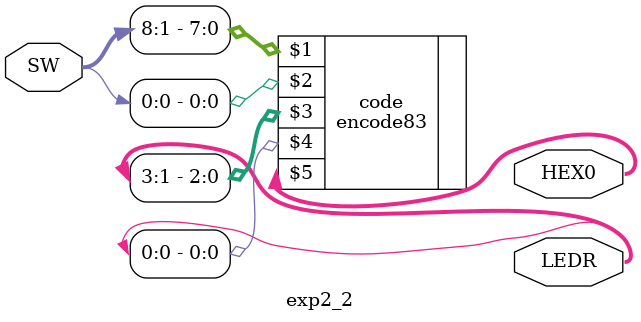
<source format=v>


module exp2_2(

	//////////// SW //////////
	input 		     [8:0]		SW,

	//////////// LED //////////
	output		     [3:0]		LEDR,

	//////////// Seg7 //////////
	output		     [6:0]		HEX0

);



//=======================================================
//  REG/WIRE declarations
//=======================================================


encode83 code(SW[8:1],SW[0],LEDR[3:1],LEDR[0],HEX0);

//=======================================================
//  Structural coding
//=======================================================



endmodule

</source>
